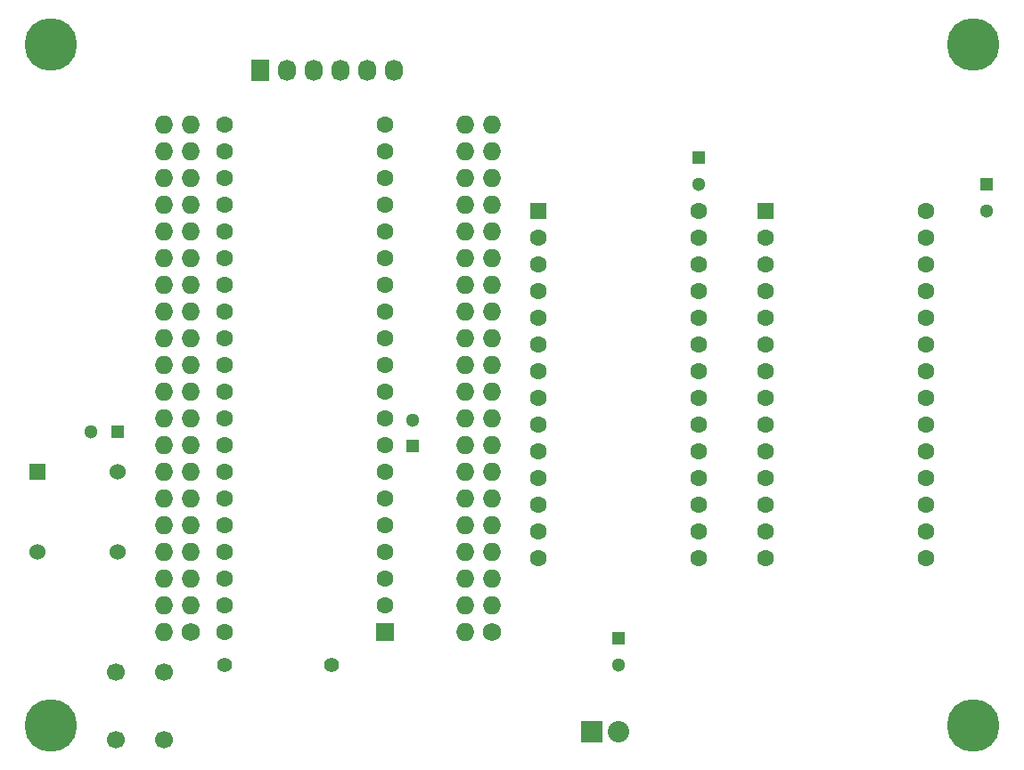
<source format=gts>
G04 #@! TF.FileFunction,Soldermask,Top*
%FSLAX46Y46*%
G04 Gerber Fmt 4.6, Leading zero omitted, Abs format (unit mm)*
G04 Created by KiCad (PCBNEW (2015-08-16 BZR 6097, Git b384c94)-product) date 11/3/2015 8:57:16 PM*
%MOMM*%
G01*
G04 APERTURE LIST*
%ADD10C,0.100000*%
%ADD11C,5.000000*%
%ADD12R,1.300000X1.300000*%
%ADD13C,1.300000*%
%ADD14C,1.400000*%
%ADD15C,1.700000*%
%ADD16R,1.700000X1.700000*%
%ADD17C,1.600000*%
%ADD18R,1.600000X1.600000*%
%ADD19R,2.032000X2.032000*%
%ADD20O,2.032000X2.032000*%
%ADD21C,1.727200*%
%ADD22O,1.727200X1.727200*%
%ADD23R,1.727200X2.032000*%
%ADD24O,1.727200X2.032000*%
%ADD25R,1.524000X1.524000*%
%ADD26C,1.524000*%
G04 APERTURE END LIST*
D10*
D11*
X163195000Y-153035000D03*
X163195000Y-88265000D03*
X75565000Y-153035000D03*
D12*
X109982000Y-126492000D03*
D13*
X109982000Y-123992000D03*
D12*
X81915000Y-125095000D03*
D13*
X79415000Y-125095000D03*
D12*
X164465000Y-101600000D03*
D13*
X164465000Y-104100000D03*
D12*
X137160000Y-99060000D03*
D13*
X137160000Y-101560000D03*
D14*
X102235000Y-147320000D03*
X92075000Y-147320000D03*
D15*
X81788000Y-154432000D03*
X81788000Y-147932000D03*
X86288000Y-154432000D03*
X86288000Y-147932000D03*
D16*
X107335000Y-144175000D03*
D17*
X107335000Y-141635000D03*
X107335000Y-139095000D03*
X107335000Y-136555000D03*
X107335000Y-134015000D03*
X107335000Y-131475000D03*
X107335000Y-128935000D03*
X107335000Y-126395000D03*
X107335000Y-123855000D03*
X107335000Y-121315000D03*
X107335000Y-118775000D03*
X107335000Y-116235000D03*
X107335000Y-113695000D03*
X107335000Y-111155000D03*
X107335000Y-108615000D03*
X107335000Y-106075000D03*
X107335000Y-103535000D03*
X107335000Y-100995000D03*
X107335000Y-98455000D03*
X107335000Y-95915000D03*
X92095000Y-95915000D03*
X92095000Y-98455000D03*
X92095000Y-100995000D03*
X92095000Y-103535000D03*
X92095000Y-106075000D03*
X92095000Y-108615000D03*
X92095000Y-111155000D03*
X92095000Y-113695000D03*
X92095000Y-116235000D03*
X92095000Y-118775000D03*
X92095000Y-121315000D03*
X92095000Y-123855000D03*
X92095000Y-126395000D03*
X92095000Y-128935000D03*
X92095000Y-131475000D03*
X92095000Y-134015000D03*
X92095000Y-136555000D03*
X92095000Y-139095000D03*
X92095000Y-141635000D03*
X92095000Y-144175000D03*
D18*
X143510000Y-104140000D03*
D17*
X143510000Y-106680000D03*
X143510000Y-109220000D03*
X143510000Y-111760000D03*
X143510000Y-114300000D03*
X143510000Y-116840000D03*
X143510000Y-119380000D03*
X143510000Y-121920000D03*
X143510000Y-124460000D03*
X143510000Y-127000000D03*
X143510000Y-129540000D03*
X143510000Y-132080000D03*
X143510000Y-134620000D03*
X143510000Y-137160000D03*
X158750000Y-137160000D03*
X158750000Y-134620000D03*
X158750000Y-132080000D03*
X158750000Y-129540000D03*
X158750000Y-127000000D03*
X158750000Y-124460000D03*
X158750000Y-121920000D03*
X158750000Y-119380000D03*
X158750000Y-116840000D03*
X158750000Y-114300000D03*
X158750000Y-111760000D03*
X158750000Y-109220000D03*
X158750000Y-106680000D03*
X158750000Y-104140000D03*
D18*
X121920000Y-104140000D03*
D17*
X121920000Y-106680000D03*
X121920000Y-109220000D03*
X121920000Y-111760000D03*
X121920000Y-114300000D03*
X121920000Y-116840000D03*
X121920000Y-119380000D03*
X121920000Y-121920000D03*
X121920000Y-124460000D03*
X121920000Y-127000000D03*
X121920000Y-129540000D03*
X121920000Y-132080000D03*
X121920000Y-134620000D03*
X121920000Y-137160000D03*
X137160000Y-137160000D03*
X137160000Y-134620000D03*
X137160000Y-132080000D03*
X137160000Y-129540000D03*
X137160000Y-127000000D03*
X137160000Y-124460000D03*
X137160000Y-121920000D03*
X137160000Y-119380000D03*
X137160000Y-116840000D03*
X137160000Y-114300000D03*
X137160000Y-111760000D03*
X137160000Y-109220000D03*
X137160000Y-106680000D03*
X137160000Y-104140000D03*
D12*
X129540000Y-144780000D03*
D13*
X129540000Y-147280000D03*
D19*
X127000000Y-153670000D03*
D20*
X129540000Y-153670000D03*
D21*
X88900000Y-144145000D03*
D22*
X86360000Y-144145000D03*
X88900000Y-141605000D03*
X86360000Y-141605000D03*
X88900000Y-139065000D03*
X86360000Y-139065000D03*
X88900000Y-136525000D03*
X86360000Y-136525000D03*
X88900000Y-133985000D03*
X86360000Y-133985000D03*
X88900000Y-131445000D03*
X86360000Y-131445000D03*
X88900000Y-128905000D03*
X86360000Y-128905000D03*
X88900000Y-126365000D03*
X86360000Y-126365000D03*
X88900000Y-123825000D03*
X86360000Y-123825000D03*
X88900000Y-121285000D03*
X86360000Y-121285000D03*
X88900000Y-118745000D03*
X86360000Y-118745000D03*
X88900000Y-116205000D03*
X86360000Y-116205000D03*
X88900000Y-113665000D03*
X86360000Y-113665000D03*
X88900000Y-111125000D03*
X86360000Y-111125000D03*
X88900000Y-108585000D03*
X86360000Y-108585000D03*
X88900000Y-106045000D03*
X86360000Y-106045000D03*
X88900000Y-103505000D03*
X86360000Y-103505000D03*
X88900000Y-100965000D03*
X86360000Y-100965000D03*
X88900000Y-98425000D03*
X86360000Y-98425000D03*
X88900000Y-95885000D03*
X86360000Y-95885000D03*
D23*
X95453200Y-90728800D03*
D24*
X97993200Y-90728800D03*
X100533200Y-90728800D03*
X103073200Y-90728800D03*
X105613200Y-90728800D03*
X108153200Y-90728800D03*
D21*
X117475000Y-144145000D03*
D22*
X114935000Y-144145000D03*
X117475000Y-141605000D03*
X114935000Y-141605000D03*
X117475000Y-139065000D03*
X114935000Y-139065000D03*
X117475000Y-136525000D03*
X114935000Y-136525000D03*
X117475000Y-133985000D03*
X114935000Y-133985000D03*
X117475000Y-131445000D03*
X114935000Y-131445000D03*
X117475000Y-128905000D03*
X114935000Y-128905000D03*
X117475000Y-126365000D03*
X114935000Y-126365000D03*
X117475000Y-123825000D03*
X114935000Y-123825000D03*
X117475000Y-121285000D03*
X114935000Y-121285000D03*
X117475000Y-118745000D03*
X114935000Y-118745000D03*
X117475000Y-116205000D03*
X114935000Y-116205000D03*
X117475000Y-113665000D03*
X114935000Y-113665000D03*
X117475000Y-111125000D03*
X114935000Y-111125000D03*
X117475000Y-108585000D03*
X114935000Y-108585000D03*
X117475000Y-106045000D03*
X114935000Y-106045000D03*
X117475000Y-103505000D03*
X114935000Y-103505000D03*
X117475000Y-100965000D03*
X114935000Y-100965000D03*
X117475000Y-98425000D03*
X114935000Y-98425000D03*
X117475000Y-95885000D03*
X114935000Y-95885000D03*
D11*
X75565000Y-88265000D03*
D25*
X74295000Y-128905000D03*
D26*
X74295000Y-136525000D03*
X81915000Y-128905000D03*
X81915000Y-136525000D03*
M02*

</source>
